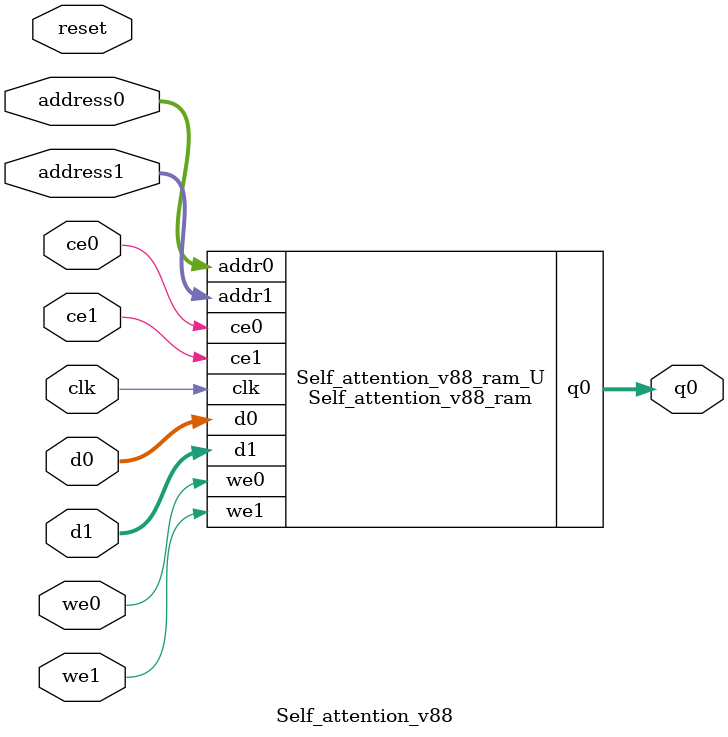
<source format=v>
`timescale 1 ns / 1 ps
module Self_attention_v88_ram (addr0, ce0, d0, we0, q0, addr1, ce1, d1, we1,  clk);

parameter DWIDTH = 32;
parameter AWIDTH = 8;
parameter MEM_SIZE = 144;

input[AWIDTH-1:0] addr0;
input ce0;
input[DWIDTH-1:0] d0;
input we0;
output reg[DWIDTH-1:0] q0;
input[AWIDTH-1:0] addr1;
input ce1;
input[DWIDTH-1:0] d1;
input we1;
input clk;

(* ram_style = "block" *)reg [DWIDTH-1:0] ram[0:MEM_SIZE-1];




always @(posedge clk)  
begin 
    if (ce0) begin
        if (we0) 
            ram[addr0] <= d0; 
        q0 <= ram[addr0];
    end
end


always @(posedge clk)  
begin 
    if (ce1) begin
        if (we1) 
            ram[addr1] <= d1; 
    end
end


endmodule

`timescale 1 ns / 1 ps
module Self_attention_v88(
    reset,
    clk,
    address0,
    ce0,
    we0,
    d0,
    q0,
    address1,
    ce1,
    we1,
    d1);

parameter DataWidth = 32'd32;
parameter AddressRange = 32'd144;
parameter AddressWidth = 32'd8;
input reset;
input clk;
input[AddressWidth - 1:0] address0;
input ce0;
input we0;
input[DataWidth - 1:0] d0;
output[DataWidth - 1:0] q0;
input[AddressWidth - 1:0] address1;
input ce1;
input we1;
input[DataWidth - 1:0] d1;



Self_attention_v88_ram Self_attention_v88_ram_U(
    .clk( clk ),
    .addr0( address0 ),
    .ce0( ce0 ),
    .we0( we0 ),
    .d0( d0 ),
    .q0( q0 ),
    .addr1( address1 ),
    .ce1( ce1 ),
    .we1( we1 ),
    .d1( d1 ));

endmodule


</source>
